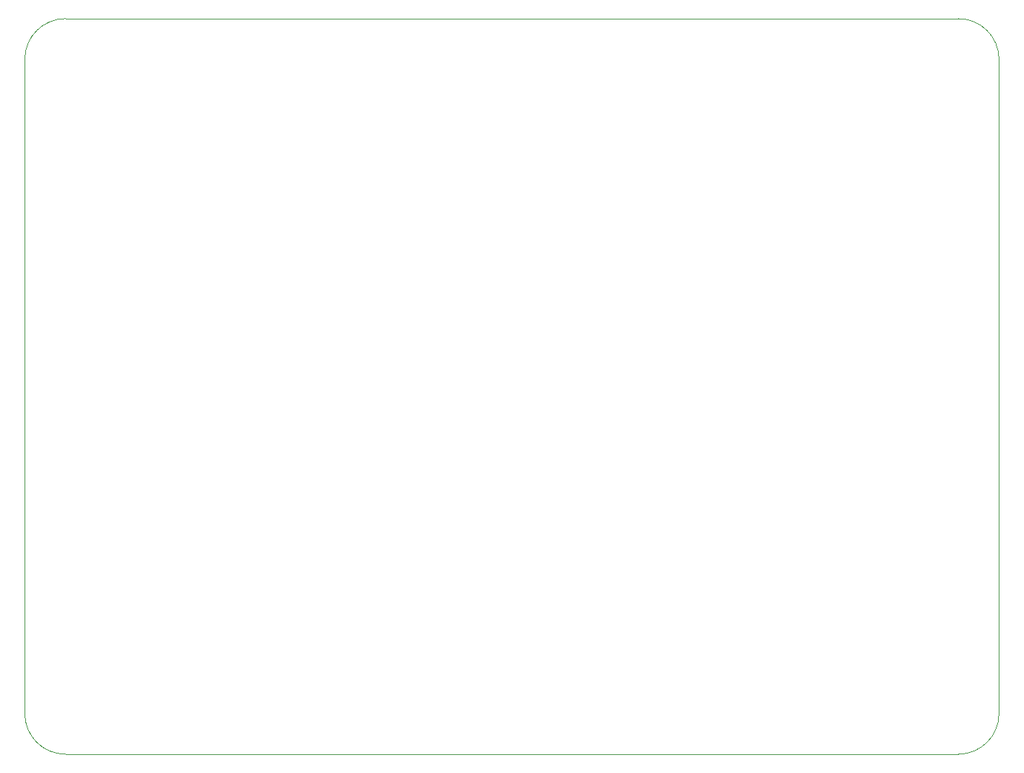
<source format=gbr>
%TF.GenerationSoftware,KiCad,Pcbnew,(7.0.0)*%
%TF.CreationDate,2023-04-17T19:04:10-07:00*%
%TF.ProjectId,JoyKeyMX,4a6f794b-6579-44d5-982e-6b696361645f,C*%
%TF.SameCoordinates,Original*%
%TF.FileFunction,Profile,NP*%
%FSLAX46Y46*%
G04 Gerber Fmt 4.6, Leading zero omitted, Abs format (unit mm)*
G04 Created by KiCad (PCBNEW (7.0.0)) date 2023-04-17 19:04:10*
%MOMM*%
%LPD*%
G01*
G04 APERTURE LIST*
%TA.AperFunction,Profile*%
%ADD10C,0.100000*%
%TD*%
G04 APERTURE END LIST*
D10*
X74612500Y-58737500D02*
G75*
G03*
X69850000Y-63500000I0J-4762500D01*
G01*
X69850000Y-63500000D02*
X69850000Y-140335000D01*
X184150000Y-63500000D02*
G75*
G03*
X179387500Y-58737500I-4762500J0D01*
G01*
X179387500Y-145097500D02*
G75*
G03*
X184150000Y-140335000I0J4762500D01*
G01*
X74612500Y-145097500D02*
X179387500Y-145097500D01*
X184150000Y-63500000D02*
X184150000Y-140335000D01*
X74612500Y-58737500D02*
X179387500Y-58737500D01*
X69850000Y-140335000D02*
G75*
G03*
X74612500Y-145097500I4762500J0D01*
G01*
M02*

</source>
